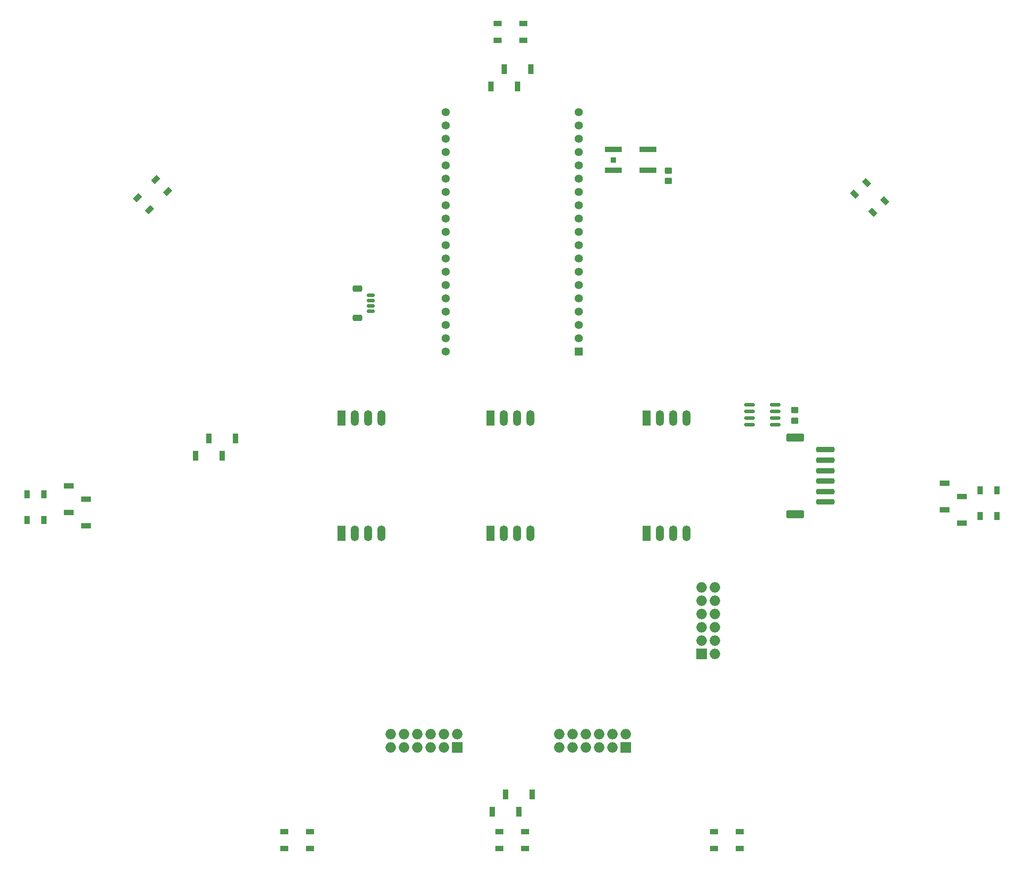
<source format=gts>
G04 #@! TF.GenerationSoftware,KiCad,Pcbnew,6.0.2-378541a8eb~116~ubuntu20.04.1*
G04 #@! TF.CreationDate,2023-01-27T16:22:06+01:00*
G04 #@! TF.ProjectId,BUCKY_MAIN,4255434b-595f-44d4-9149-4e2e6b696361,rev?*
G04 #@! TF.SameCoordinates,Original*
G04 #@! TF.FileFunction,Soldermask,Top*
G04 #@! TF.FilePolarity,Negative*
%FSLAX46Y46*%
G04 Gerber Fmt 4.6, Leading zero omitted, Abs format (unit mm)*
G04 Created by KiCad (PCBNEW 6.0.2-378541a8eb~116~ubuntu20.04.1) date 2023-01-27 16:22:06*
%MOMM*%
%LPD*%
G01*
G04 APERTURE LIST*
G04 Aperture macros list*
%AMRoundRect*
0 Rectangle with rounded corners*
0 $1 Rounding radius*
0 $2 $3 $4 $5 $6 $7 $8 $9 X,Y pos of 4 corners*
0 Add a 4 corners polygon primitive as box body*
4,1,4,$2,$3,$4,$5,$6,$7,$8,$9,$2,$3,0*
0 Add four circle primitives for the rounded corners*
1,1,$1+$1,$2,$3*
1,1,$1+$1,$4,$5*
1,1,$1+$1,$6,$7*
1,1,$1+$1,$8,$9*
0 Add four rect primitives between the rounded corners*
20,1,$1+$1,$2,$3,$4,$5,0*
20,1,$1+$1,$4,$5,$6,$7,0*
20,1,$1+$1,$6,$7,$8,$9,0*
20,1,$1+$1,$8,$9,$2,$3,0*%
%AMRotRect*
0 Rectangle, with rotation*
0 The origin of the aperture is its center*
0 $1 length*
0 $2 width*
0 $3 Rotation angle, in degrees counterclockwise*
0 Add horizontal line*
21,1,$1,$2,0,0,$3*%
G04 Aperture macros list end*
%ADD10R,1.500000X3.000000*%
%ADD11O,1.500000X3.000000*%
%ADD12R,1.500000X1.000000*%
%ADD13R,1.000000X1.900000*%
%ADD14R,1.900000X1.000000*%
%ADD15RoundRect,0.250000X-1.500000X0.250000X-1.500000X-0.250000X1.500000X-0.250000X1.500000X0.250000X0*%
%ADD16RoundRect,0.250001X-1.449999X0.499999X-1.449999X-0.499999X1.449999X-0.499999X1.449999X0.499999X0*%
%ADD17RotRect,1.500000X1.000000X225.000000*%
%ADD18R,1.000000X1.500000*%
%ADD19RoundRect,0.150000X0.625000X-0.150000X0.625000X0.150000X-0.625000X0.150000X-0.625000X-0.150000X0*%
%ADD20RoundRect,0.250000X0.650000X-0.350000X0.650000X0.350000X-0.650000X0.350000X-0.650000X-0.350000X0*%
%ADD21R,1.560000X1.560000*%
%ADD22C,1.560000*%
%ADD23RoundRect,0.250000X-0.450000X0.350000X-0.450000X-0.350000X0.450000X-0.350000X0.450000X0.350000X0*%
%ADD24RotRect,1.500000X1.000000X135.000000*%
%ADD25RoundRect,0.150000X-0.825000X-0.150000X0.825000X-0.150000X0.825000X0.150000X-0.825000X0.150000X0*%
%ADD26RoundRect,0.250000X0.450000X-0.350000X0.450000X0.350000X-0.450000X0.350000X-0.450000X-0.350000X0*%
%ADD27O,2.000000X2.000000*%
%ADD28R,2.000000X2.000000*%
%ADD29R,3.200000X1.000000*%
%ADD30R,1.000000X1.000000*%
G04 APERTURE END LIST*
D10*
X114450000Y-117000000D03*
D11*
X116990000Y-117000000D03*
X119530000Y-117000000D03*
X122070000Y-117000000D03*
D10*
X114450000Y-94975000D03*
D11*
X116990000Y-94975000D03*
X119530000Y-94975000D03*
X122070000Y-94975000D03*
D12*
X149150000Y-22800000D03*
X149150000Y-19600000D03*
X144250000Y-19600000D03*
X144250000Y-22800000D03*
X103550000Y-174000000D03*
X103550000Y-177200000D03*
X108450000Y-177200000D03*
X108450000Y-174000000D03*
D10*
X142900000Y-117000000D03*
D11*
X145440000Y-117000000D03*
X147980000Y-117000000D03*
X150520000Y-117000000D03*
D10*
X142900000Y-94975000D03*
D11*
X145440000Y-94975000D03*
X147980000Y-94975000D03*
X150520000Y-94975000D03*
D13*
X142940000Y-31650000D03*
X145480000Y-28350000D03*
X148020000Y-31650000D03*
X150560000Y-28350000D03*
D14*
X65650000Y-115560000D03*
X62350000Y-113020000D03*
X65650000Y-110480000D03*
X62350000Y-107940000D03*
D12*
X185550000Y-174000000D03*
X185550000Y-177200000D03*
X190450000Y-177200000D03*
X190450000Y-174000000D03*
D15*
X206800000Y-101000000D03*
X206800000Y-103000000D03*
X206800000Y-105000000D03*
X206800000Y-107000000D03*
X206800000Y-109000000D03*
X206800000Y-111000000D03*
D16*
X201050000Y-98650000D03*
X201050000Y-113350000D03*
D17*
X81213782Y-51698959D03*
X78951041Y-49436218D03*
X75486218Y-52901041D03*
X77748959Y-55163782D03*
D18*
X236400000Y-113700000D03*
X239600000Y-113700000D03*
X239600000Y-108800000D03*
X236400000Y-108800000D03*
D19*
X120025000Y-74550000D03*
X120025000Y-73550000D03*
X120025000Y-72550000D03*
X120025000Y-71550000D03*
D20*
X117500000Y-70250000D03*
X117500000Y-75850000D03*
D12*
X144550000Y-174000000D03*
X144550000Y-177200000D03*
X149450000Y-177200000D03*
X149450000Y-174000000D03*
D18*
X54400000Y-114450000D03*
X57600000Y-114450000D03*
X57600000Y-109550000D03*
X54400000Y-109550000D03*
D14*
X229600000Y-107440000D03*
X232900000Y-109980000D03*
X229600000Y-112520000D03*
X232900000Y-115060000D03*
D21*
X159700000Y-82260000D03*
D22*
X159700000Y-79720000D03*
X159700000Y-77180000D03*
X159700000Y-74640000D03*
X159700000Y-72100000D03*
X159700000Y-69560000D03*
X159700000Y-67020000D03*
X159700000Y-64480000D03*
X159700000Y-61940000D03*
X159700000Y-59400000D03*
X159700000Y-56860000D03*
X159700000Y-54320000D03*
X159700000Y-51780000D03*
X159700000Y-49240000D03*
X159700000Y-46700000D03*
X159700000Y-44160000D03*
X159700000Y-41620000D03*
X159700000Y-39080000D03*
X159700000Y-36540000D03*
X134300000Y-82260000D03*
X134300000Y-79720000D03*
X134300000Y-77180000D03*
X134300000Y-74640000D03*
X134300000Y-72100000D03*
X134300000Y-69560000D03*
X134300000Y-67020000D03*
X134300000Y-64480000D03*
X134300000Y-61940000D03*
X134300000Y-59400000D03*
X134300000Y-56860000D03*
X134300000Y-54320000D03*
X134300000Y-51780000D03*
X134300000Y-49240000D03*
X134300000Y-46700000D03*
X134300000Y-44160000D03*
X134300000Y-41620000D03*
X134300000Y-39080000D03*
X134300000Y-36540000D03*
D13*
X150810000Y-166850000D03*
X148270000Y-170150000D03*
X145730000Y-166850000D03*
X143190000Y-170150000D03*
D23*
X201000000Y-93450000D03*
X201000000Y-95450000D03*
D24*
X215901041Y-55713782D03*
X218163782Y-53451041D03*
X214698959Y-49986218D03*
X212436218Y-52248959D03*
D25*
X192325000Y-92445000D03*
X192325000Y-93715000D03*
X192325000Y-94985000D03*
X192325000Y-96255000D03*
X197275000Y-96255000D03*
X197275000Y-94985000D03*
X197275000Y-93715000D03*
X197275000Y-92445000D03*
D26*
X176800000Y-49700000D03*
X176800000Y-47700000D03*
D27*
X123850000Y-157875000D03*
X134010000Y-155335000D03*
X123850000Y-155335000D03*
X126390000Y-157875000D03*
X126390000Y-155335000D03*
X136550000Y-155335000D03*
X131470000Y-155335000D03*
X131470000Y-157875000D03*
X128930000Y-155335000D03*
X128930000Y-157875000D03*
X134010000Y-157875000D03*
D28*
X136550000Y-157875000D03*
D27*
X163670000Y-157875000D03*
X166210000Y-155335000D03*
X158590000Y-157875000D03*
X161130000Y-155335000D03*
X166210000Y-157875000D03*
X168750000Y-155335000D03*
X161130000Y-157875000D03*
D28*
X168750000Y-157875000D03*
D27*
X163670000Y-155335000D03*
X185690000Y-132380000D03*
X185690000Y-137460000D03*
X185690000Y-127300000D03*
X183150000Y-129840000D03*
X183150000Y-132380000D03*
D28*
X183150000Y-140000000D03*
D27*
X185690000Y-134920000D03*
X185690000Y-129840000D03*
X183150000Y-134920000D03*
X185690000Y-140000000D03*
X183150000Y-127300000D03*
X183150000Y-137460000D03*
X158590000Y-155335000D03*
X156050000Y-155335000D03*
X156050000Y-157875000D03*
D10*
X172700000Y-117000000D03*
D11*
X175240000Y-117000000D03*
X177780000Y-117000000D03*
X180320000Y-117000000D03*
D10*
X172700000Y-94975000D03*
D11*
X175240000Y-94975000D03*
X177780000Y-94975000D03*
X180320000Y-94975000D03*
D13*
X94180000Y-98890000D03*
X91640000Y-102190000D03*
X89100000Y-98890000D03*
X86560000Y-102190000D03*
D29*
X172902000Y-47650000D03*
X166302000Y-47650000D03*
X166298000Y-43650000D03*
X172902000Y-43650000D03*
D30*
X166298000Y-45650000D03*
M02*

</source>
